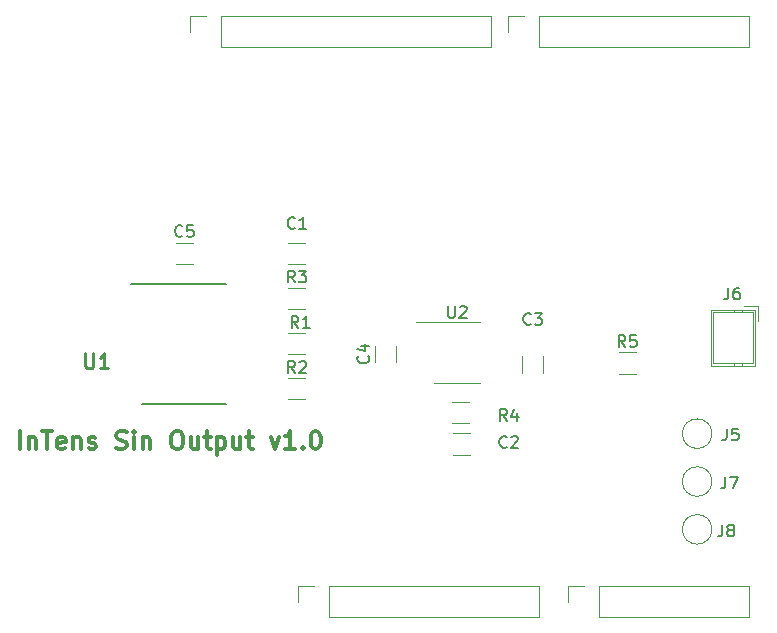
<source format=gbr>
%TF.GenerationSoftware,KiCad,Pcbnew,7.0.11-7.0.11~ubuntu22.04.1*%
%TF.CreationDate,2024-03-05T16:26:23-05:00*%
%TF.ProjectId,PCB,5043422e-6b69-4636-9164-5f7063625858,rev?*%
%TF.SameCoordinates,Original*%
%TF.FileFunction,Legend,Top*%
%TF.FilePolarity,Positive*%
%FSLAX46Y46*%
G04 Gerber Fmt 4.6, Leading zero omitted, Abs format (unit mm)*
G04 Created by KiCad (PCBNEW 7.0.11-7.0.11~ubuntu22.04.1) date 2024-03-05 16:26:23*
%MOMM*%
%LPD*%
G01*
G04 APERTURE LIST*
%ADD10C,0.300000*%
%ADD11C,0.150000*%
%ADD12C,0.254000*%
%ADD13C,0.120000*%
%ADD14C,0.200000*%
G04 APERTURE END LIST*
D10*
X103094510Y-84560828D02*
X103094510Y-83060828D01*
X103808796Y-83560828D02*
X103808796Y-84560828D01*
X103808796Y-83703685D02*
X103880225Y-83632257D01*
X103880225Y-83632257D02*
X104023082Y-83560828D01*
X104023082Y-83560828D02*
X104237368Y-83560828D01*
X104237368Y-83560828D02*
X104380225Y-83632257D01*
X104380225Y-83632257D02*
X104451654Y-83775114D01*
X104451654Y-83775114D02*
X104451654Y-84560828D01*
X104951654Y-83060828D02*
X105808797Y-83060828D01*
X105380225Y-84560828D02*
X105380225Y-83060828D01*
X106880225Y-84489400D02*
X106737368Y-84560828D01*
X106737368Y-84560828D02*
X106451654Y-84560828D01*
X106451654Y-84560828D02*
X106308796Y-84489400D01*
X106308796Y-84489400D02*
X106237368Y-84346542D01*
X106237368Y-84346542D02*
X106237368Y-83775114D01*
X106237368Y-83775114D02*
X106308796Y-83632257D01*
X106308796Y-83632257D02*
X106451654Y-83560828D01*
X106451654Y-83560828D02*
X106737368Y-83560828D01*
X106737368Y-83560828D02*
X106880225Y-83632257D01*
X106880225Y-83632257D02*
X106951654Y-83775114D01*
X106951654Y-83775114D02*
X106951654Y-83917971D01*
X106951654Y-83917971D02*
X106237368Y-84060828D01*
X107594510Y-83560828D02*
X107594510Y-84560828D01*
X107594510Y-83703685D02*
X107665939Y-83632257D01*
X107665939Y-83632257D02*
X107808796Y-83560828D01*
X107808796Y-83560828D02*
X108023082Y-83560828D01*
X108023082Y-83560828D02*
X108165939Y-83632257D01*
X108165939Y-83632257D02*
X108237368Y-83775114D01*
X108237368Y-83775114D02*
X108237368Y-84560828D01*
X108880225Y-84489400D02*
X109023082Y-84560828D01*
X109023082Y-84560828D02*
X109308796Y-84560828D01*
X109308796Y-84560828D02*
X109451653Y-84489400D01*
X109451653Y-84489400D02*
X109523082Y-84346542D01*
X109523082Y-84346542D02*
X109523082Y-84275114D01*
X109523082Y-84275114D02*
X109451653Y-84132257D01*
X109451653Y-84132257D02*
X109308796Y-84060828D01*
X109308796Y-84060828D02*
X109094511Y-84060828D01*
X109094511Y-84060828D02*
X108951653Y-83989400D01*
X108951653Y-83989400D02*
X108880225Y-83846542D01*
X108880225Y-83846542D02*
X108880225Y-83775114D01*
X108880225Y-83775114D02*
X108951653Y-83632257D01*
X108951653Y-83632257D02*
X109094511Y-83560828D01*
X109094511Y-83560828D02*
X109308796Y-83560828D01*
X109308796Y-83560828D02*
X109451653Y-83632257D01*
X111237368Y-84489400D02*
X111451654Y-84560828D01*
X111451654Y-84560828D02*
X111808796Y-84560828D01*
X111808796Y-84560828D02*
X111951654Y-84489400D01*
X111951654Y-84489400D02*
X112023082Y-84417971D01*
X112023082Y-84417971D02*
X112094511Y-84275114D01*
X112094511Y-84275114D02*
X112094511Y-84132257D01*
X112094511Y-84132257D02*
X112023082Y-83989400D01*
X112023082Y-83989400D02*
X111951654Y-83917971D01*
X111951654Y-83917971D02*
X111808796Y-83846542D01*
X111808796Y-83846542D02*
X111523082Y-83775114D01*
X111523082Y-83775114D02*
X111380225Y-83703685D01*
X111380225Y-83703685D02*
X111308796Y-83632257D01*
X111308796Y-83632257D02*
X111237368Y-83489400D01*
X111237368Y-83489400D02*
X111237368Y-83346542D01*
X111237368Y-83346542D02*
X111308796Y-83203685D01*
X111308796Y-83203685D02*
X111380225Y-83132257D01*
X111380225Y-83132257D02*
X111523082Y-83060828D01*
X111523082Y-83060828D02*
X111880225Y-83060828D01*
X111880225Y-83060828D02*
X112094511Y-83132257D01*
X112737367Y-84560828D02*
X112737367Y-83560828D01*
X112737367Y-83060828D02*
X112665939Y-83132257D01*
X112665939Y-83132257D02*
X112737367Y-83203685D01*
X112737367Y-83203685D02*
X112808796Y-83132257D01*
X112808796Y-83132257D02*
X112737367Y-83060828D01*
X112737367Y-83060828D02*
X112737367Y-83203685D01*
X113451653Y-83560828D02*
X113451653Y-84560828D01*
X113451653Y-83703685D02*
X113523082Y-83632257D01*
X113523082Y-83632257D02*
X113665939Y-83560828D01*
X113665939Y-83560828D02*
X113880225Y-83560828D01*
X113880225Y-83560828D02*
X114023082Y-83632257D01*
X114023082Y-83632257D02*
X114094511Y-83775114D01*
X114094511Y-83775114D02*
X114094511Y-84560828D01*
X116237368Y-83060828D02*
X116523082Y-83060828D01*
X116523082Y-83060828D02*
X116665939Y-83132257D01*
X116665939Y-83132257D02*
X116808796Y-83275114D01*
X116808796Y-83275114D02*
X116880225Y-83560828D01*
X116880225Y-83560828D02*
X116880225Y-84060828D01*
X116880225Y-84060828D02*
X116808796Y-84346542D01*
X116808796Y-84346542D02*
X116665939Y-84489400D01*
X116665939Y-84489400D02*
X116523082Y-84560828D01*
X116523082Y-84560828D02*
X116237368Y-84560828D01*
X116237368Y-84560828D02*
X116094511Y-84489400D01*
X116094511Y-84489400D02*
X115951653Y-84346542D01*
X115951653Y-84346542D02*
X115880225Y-84060828D01*
X115880225Y-84060828D02*
X115880225Y-83560828D01*
X115880225Y-83560828D02*
X115951653Y-83275114D01*
X115951653Y-83275114D02*
X116094511Y-83132257D01*
X116094511Y-83132257D02*
X116237368Y-83060828D01*
X118165940Y-83560828D02*
X118165940Y-84560828D01*
X117523082Y-83560828D02*
X117523082Y-84346542D01*
X117523082Y-84346542D02*
X117594511Y-84489400D01*
X117594511Y-84489400D02*
X117737368Y-84560828D01*
X117737368Y-84560828D02*
X117951654Y-84560828D01*
X117951654Y-84560828D02*
X118094511Y-84489400D01*
X118094511Y-84489400D02*
X118165940Y-84417971D01*
X118665940Y-83560828D02*
X119237368Y-83560828D01*
X118880225Y-83060828D02*
X118880225Y-84346542D01*
X118880225Y-84346542D02*
X118951654Y-84489400D01*
X118951654Y-84489400D02*
X119094511Y-84560828D01*
X119094511Y-84560828D02*
X119237368Y-84560828D01*
X119737368Y-83560828D02*
X119737368Y-85060828D01*
X119737368Y-83632257D02*
X119880226Y-83560828D01*
X119880226Y-83560828D02*
X120165940Y-83560828D01*
X120165940Y-83560828D02*
X120308797Y-83632257D01*
X120308797Y-83632257D02*
X120380226Y-83703685D01*
X120380226Y-83703685D02*
X120451654Y-83846542D01*
X120451654Y-83846542D02*
X120451654Y-84275114D01*
X120451654Y-84275114D02*
X120380226Y-84417971D01*
X120380226Y-84417971D02*
X120308797Y-84489400D01*
X120308797Y-84489400D02*
X120165940Y-84560828D01*
X120165940Y-84560828D02*
X119880226Y-84560828D01*
X119880226Y-84560828D02*
X119737368Y-84489400D01*
X121737369Y-83560828D02*
X121737369Y-84560828D01*
X121094511Y-83560828D02*
X121094511Y-84346542D01*
X121094511Y-84346542D02*
X121165940Y-84489400D01*
X121165940Y-84489400D02*
X121308797Y-84560828D01*
X121308797Y-84560828D02*
X121523083Y-84560828D01*
X121523083Y-84560828D02*
X121665940Y-84489400D01*
X121665940Y-84489400D02*
X121737369Y-84417971D01*
X122237369Y-83560828D02*
X122808797Y-83560828D01*
X122451654Y-83060828D02*
X122451654Y-84346542D01*
X122451654Y-84346542D02*
X122523083Y-84489400D01*
X122523083Y-84489400D02*
X122665940Y-84560828D01*
X122665940Y-84560828D02*
X122808797Y-84560828D01*
X124308797Y-83560828D02*
X124665940Y-84560828D01*
X124665940Y-84560828D02*
X125023083Y-83560828D01*
X126380226Y-84560828D02*
X125523083Y-84560828D01*
X125951654Y-84560828D02*
X125951654Y-83060828D01*
X125951654Y-83060828D02*
X125808797Y-83275114D01*
X125808797Y-83275114D02*
X125665940Y-83417971D01*
X125665940Y-83417971D02*
X125523083Y-83489400D01*
X127023082Y-84417971D02*
X127094511Y-84489400D01*
X127094511Y-84489400D02*
X127023082Y-84560828D01*
X127023082Y-84560828D02*
X126951654Y-84489400D01*
X126951654Y-84489400D02*
X127023082Y-84417971D01*
X127023082Y-84417971D02*
X127023082Y-84560828D01*
X128023083Y-83060828D02*
X128165940Y-83060828D01*
X128165940Y-83060828D02*
X128308797Y-83132257D01*
X128308797Y-83132257D02*
X128380226Y-83203685D01*
X128380226Y-83203685D02*
X128451654Y-83346542D01*
X128451654Y-83346542D02*
X128523083Y-83632257D01*
X128523083Y-83632257D02*
X128523083Y-83989400D01*
X128523083Y-83989400D02*
X128451654Y-84275114D01*
X128451654Y-84275114D02*
X128380226Y-84417971D01*
X128380226Y-84417971D02*
X128308797Y-84489400D01*
X128308797Y-84489400D02*
X128165940Y-84560828D01*
X128165940Y-84560828D02*
X128023083Y-84560828D01*
X128023083Y-84560828D02*
X127880226Y-84489400D01*
X127880226Y-84489400D02*
X127808797Y-84417971D01*
X127808797Y-84417971D02*
X127737368Y-84275114D01*
X127737368Y-84275114D02*
X127665940Y-83989400D01*
X127665940Y-83989400D02*
X127665940Y-83632257D01*
X127665940Y-83632257D02*
X127737368Y-83346542D01*
X127737368Y-83346542D02*
X127808797Y-83203685D01*
X127808797Y-83203685D02*
X127880226Y-83132257D01*
X127880226Y-83132257D02*
X128023083Y-83060828D01*
D11*
X162531666Y-90945819D02*
X162531666Y-91660104D01*
X162531666Y-91660104D02*
X162484047Y-91802961D01*
X162484047Y-91802961D02*
X162388809Y-91898200D01*
X162388809Y-91898200D02*
X162245952Y-91945819D01*
X162245952Y-91945819D02*
X162150714Y-91945819D01*
X163150714Y-91374390D02*
X163055476Y-91326771D01*
X163055476Y-91326771D02*
X163007857Y-91279152D01*
X163007857Y-91279152D02*
X162960238Y-91183914D01*
X162960238Y-91183914D02*
X162960238Y-91136295D01*
X162960238Y-91136295D02*
X163007857Y-91041057D01*
X163007857Y-91041057D02*
X163055476Y-90993438D01*
X163055476Y-90993438D02*
X163150714Y-90945819D01*
X163150714Y-90945819D02*
X163341190Y-90945819D01*
X163341190Y-90945819D02*
X163436428Y-90993438D01*
X163436428Y-90993438D02*
X163484047Y-91041057D01*
X163484047Y-91041057D02*
X163531666Y-91136295D01*
X163531666Y-91136295D02*
X163531666Y-91183914D01*
X163531666Y-91183914D02*
X163484047Y-91279152D01*
X163484047Y-91279152D02*
X163436428Y-91326771D01*
X163436428Y-91326771D02*
X163341190Y-91374390D01*
X163341190Y-91374390D02*
X163150714Y-91374390D01*
X163150714Y-91374390D02*
X163055476Y-91422009D01*
X163055476Y-91422009D02*
X163007857Y-91469628D01*
X163007857Y-91469628D02*
X162960238Y-91564866D01*
X162960238Y-91564866D02*
X162960238Y-91755342D01*
X162960238Y-91755342D02*
X163007857Y-91850580D01*
X163007857Y-91850580D02*
X163055476Y-91898200D01*
X163055476Y-91898200D02*
X163150714Y-91945819D01*
X163150714Y-91945819D02*
X163341190Y-91945819D01*
X163341190Y-91945819D02*
X163436428Y-91898200D01*
X163436428Y-91898200D02*
X163484047Y-91850580D01*
X163484047Y-91850580D02*
X163531666Y-91755342D01*
X163531666Y-91755342D02*
X163531666Y-91564866D01*
X163531666Y-91564866D02*
X163484047Y-91469628D01*
X163484047Y-91469628D02*
X163436428Y-91422009D01*
X163436428Y-91422009D02*
X163341190Y-91374390D01*
X126630333Y-74292819D02*
X126297000Y-73816628D01*
X126058905Y-74292819D02*
X126058905Y-73292819D01*
X126058905Y-73292819D02*
X126439857Y-73292819D01*
X126439857Y-73292819D02*
X126535095Y-73340438D01*
X126535095Y-73340438D02*
X126582714Y-73388057D01*
X126582714Y-73388057D02*
X126630333Y-73483295D01*
X126630333Y-73483295D02*
X126630333Y-73626152D01*
X126630333Y-73626152D02*
X126582714Y-73721390D01*
X126582714Y-73721390D02*
X126535095Y-73769009D01*
X126535095Y-73769009D02*
X126439857Y-73816628D01*
X126439857Y-73816628D02*
X126058905Y-73816628D01*
X127582714Y-74292819D02*
X127011286Y-74292819D01*
X127297000Y-74292819D02*
X127297000Y-73292819D01*
X127297000Y-73292819D02*
X127201762Y-73435676D01*
X127201762Y-73435676D02*
X127106524Y-73530914D01*
X127106524Y-73530914D02*
X127011286Y-73578533D01*
X126337833Y-70440819D02*
X126004500Y-69964628D01*
X125766405Y-70440819D02*
X125766405Y-69440819D01*
X125766405Y-69440819D02*
X126147357Y-69440819D01*
X126147357Y-69440819D02*
X126242595Y-69488438D01*
X126242595Y-69488438D02*
X126290214Y-69536057D01*
X126290214Y-69536057D02*
X126337833Y-69631295D01*
X126337833Y-69631295D02*
X126337833Y-69774152D01*
X126337833Y-69774152D02*
X126290214Y-69869390D01*
X126290214Y-69869390D02*
X126242595Y-69917009D01*
X126242595Y-69917009D02*
X126147357Y-69964628D01*
X126147357Y-69964628D02*
X125766405Y-69964628D01*
X126671167Y-69440819D02*
X127290214Y-69440819D01*
X127290214Y-69440819D02*
X126956881Y-69821771D01*
X126956881Y-69821771D02*
X127099738Y-69821771D01*
X127099738Y-69821771D02*
X127194976Y-69869390D01*
X127194976Y-69869390D02*
X127242595Y-69917009D01*
X127242595Y-69917009D02*
X127290214Y-70012247D01*
X127290214Y-70012247D02*
X127290214Y-70250342D01*
X127290214Y-70250342D02*
X127242595Y-70345580D01*
X127242595Y-70345580D02*
X127194976Y-70393200D01*
X127194976Y-70393200D02*
X127099738Y-70440819D01*
X127099738Y-70440819D02*
X126814024Y-70440819D01*
X126814024Y-70440819D02*
X126718786Y-70393200D01*
X126718786Y-70393200D02*
X126671167Y-70345580D01*
D12*
X108557380Y-76444318D02*
X108557380Y-77472413D01*
X108557380Y-77472413D02*
X108617857Y-77593365D01*
X108617857Y-77593365D02*
X108678333Y-77653842D01*
X108678333Y-77653842D02*
X108799285Y-77714318D01*
X108799285Y-77714318D02*
X109041190Y-77714318D01*
X109041190Y-77714318D02*
X109162142Y-77653842D01*
X109162142Y-77653842D02*
X109222619Y-77593365D01*
X109222619Y-77593365D02*
X109283095Y-77472413D01*
X109283095Y-77472413D02*
X109283095Y-76444318D01*
X110553095Y-77714318D02*
X109827380Y-77714318D01*
X110190237Y-77714318D02*
X110190237Y-76444318D01*
X110190237Y-76444318D02*
X110069285Y-76625746D01*
X110069285Y-76625746D02*
X109948333Y-76746699D01*
X109948333Y-76746699D02*
X109827380Y-76807175D01*
D11*
X154316333Y-75901819D02*
X153983000Y-75425628D01*
X153744905Y-75901819D02*
X153744905Y-74901819D01*
X153744905Y-74901819D02*
X154125857Y-74901819D01*
X154125857Y-74901819D02*
X154221095Y-74949438D01*
X154221095Y-74949438D02*
X154268714Y-74997057D01*
X154268714Y-74997057D02*
X154316333Y-75092295D01*
X154316333Y-75092295D02*
X154316333Y-75235152D01*
X154316333Y-75235152D02*
X154268714Y-75330390D01*
X154268714Y-75330390D02*
X154221095Y-75378009D01*
X154221095Y-75378009D02*
X154125857Y-75425628D01*
X154125857Y-75425628D02*
X153744905Y-75425628D01*
X155221095Y-74901819D02*
X154744905Y-74901819D01*
X154744905Y-74901819D02*
X154697286Y-75378009D01*
X154697286Y-75378009D02*
X154744905Y-75330390D01*
X154744905Y-75330390D02*
X154840143Y-75282771D01*
X154840143Y-75282771D02*
X155078238Y-75282771D01*
X155078238Y-75282771D02*
X155173476Y-75330390D01*
X155173476Y-75330390D02*
X155221095Y-75378009D01*
X155221095Y-75378009D02*
X155268714Y-75473247D01*
X155268714Y-75473247D02*
X155268714Y-75711342D01*
X155268714Y-75711342D02*
X155221095Y-75806580D01*
X155221095Y-75806580D02*
X155173476Y-75854200D01*
X155173476Y-75854200D02*
X155078238Y-75901819D01*
X155078238Y-75901819D02*
X154840143Y-75901819D01*
X154840143Y-75901819D02*
X154744905Y-75854200D01*
X154744905Y-75854200D02*
X154697286Y-75806580D01*
X116812833Y-66505580D02*
X116765214Y-66553200D01*
X116765214Y-66553200D02*
X116622357Y-66600819D01*
X116622357Y-66600819D02*
X116527119Y-66600819D01*
X116527119Y-66600819D02*
X116384262Y-66553200D01*
X116384262Y-66553200D02*
X116289024Y-66457961D01*
X116289024Y-66457961D02*
X116241405Y-66362723D01*
X116241405Y-66362723D02*
X116193786Y-66172247D01*
X116193786Y-66172247D02*
X116193786Y-66029390D01*
X116193786Y-66029390D02*
X116241405Y-65838914D01*
X116241405Y-65838914D02*
X116289024Y-65743676D01*
X116289024Y-65743676D02*
X116384262Y-65648438D01*
X116384262Y-65648438D02*
X116527119Y-65600819D01*
X116527119Y-65600819D02*
X116622357Y-65600819D01*
X116622357Y-65600819D02*
X116765214Y-65648438D01*
X116765214Y-65648438D02*
X116812833Y-65696057D01*
X117717595Y-65600819D02*
X117241405Y-65600819D01*
X117241405Y-65600819D02*
X117193786Y-66077009D01*
X117193786Y-66077009D02*
X117241405Y-66029390D01*
X117241405Y-66029390D02*
X117336643Y-65981771D01*
X117336643Y-65981771D02*
X117574738Y-65981771D01*
X117574738Y-65981771D02*
X117669976Y-66029390D01*
X117669976Y-66029390D02*
X117717595Y-66077009D01*
X117717595Y-66077009D02*
X117765214Y-66172247D01*
X117765214Y-66172247D02*
X117765214Y-66410342D01*
X117765214Y-66410342D02*
X117717595Y-66505580D01*
X117717595Y-66505580D02*
X117669976Y-66553200D01*
X117669976Y-66553200D02*
X117574738Y-66600819D01*
X117574738Y-66600819D02*
X117336643Y-66600819D01*
X117336643Y-66600819D02*
X117241405Y-66553200D01*
X117241405Y-66553200D02*
X117193786Y-66505580D01*
X146315333Y-73943580D02*
X146267714Y-73991200D01*
X146267714Y-73991200D02*
X146124857Y-74038819D01*
X146124857Y-74038819D02*
X146029619Y-74038819D01*
X146029619Y-74038819D02*
X145886762Y-73991200D01*
X145886762Y-73991200D02*
X145791524Y-73895961D01*
X145791524Y-73895961D02*
X145743905Y-73800723D01*
X145743905Y-73800723D02*
X145696286Y-73610247D01*
X145696286Y-73610247D02*
X145696286Y-73467390D01*
X145696286Y-73467390D02*
X145743905Y-73276914D01*
X145743905Y-73276914D02*
X145791524Y-73181676D01*
X145791524Y-73181676D02*
X145886762Y-73086438D01*
X145886762Y-73086438D02*
X146029619Y-73038819D01*
X146029619Y-73038819D02*
X146124857Y-73038819D01*
X146124857Y-73038819D02*
X146267714Y-73086438D01*
X146267714Y-73086438D02*
X146315333Y-73134057D01*
X146648667Y-73038819D02*
X147267714Y-73038819D01*
X147267714Y-73038819D02*
X146934381Y-73419771D01*
X146934381Y-73419771D02*
X147077238Y-73419771D01*
X147077238Y-73419771D02*
X147172476Y-73467390D01*
X147172476Y-73467390D02*
X147220095Y-73515009D01*
X147220095Y-73515009D02*
X147267714Y-73610247D01*
X147267714Y-73610247D02*
X147267714Y-73848342D01*
X147267714Y-73848342D02*
X147220095Y-73943580D01*
X147220095Y-73943580D02*
X147172476Y-73991200D01*
X147172476Y-73991200D02*
X147077238Y-74038819D01*
X147077238Y-74038819D02*
X146791524Y-74038819D01*
X146791524Y-74038819D02*
X146696286Y-73991200D01*
X146696286Y-73991200D02*
X146648667Y-73943580D01*
X139308095Y-72444819D02*
X139308095Y-73254342D01*
X139308095Y-73254342D02*
X139355714Y-73349580D01*
X139355714Y-73349580D02*
X139403333Y-73397200D01*
X139403333Y-73397200D02*
X139498571Y-73444819D01*
X139498571Y-73444819D02*
X139689047Y-73444819D01*
X139689047Y-73444819D02*
X139784285Y-73397200D01*
X139784285Y-73397200D02*
X139831904Y-73349580D01*
X139831904Y-73349580D02*
X139879523Y-73254342D01*
X139879523Y-73254342D02*
X139879523Y-72444819D01*
X140308095Y-72540057D02*
X140355714Y-72492438D01*
X140355714Y-72492438D02*
X140450952Y-72444819D01*
X140450952Y-72444819D02*
X140689047Y-72444819D01*
X140689047Y-72444819D02*
X140784285Y-72492438D01*
X140784285Y-72492438D02*
X140831904Y-72540057D01*
X140831904Y-72540057D02*
X140879523Y-72635295D01*
X140879523Y-72635295D02*
X140879523Y-72730533D01*
X140879523Y-72730533D02*
X140831904Y-72873390D01*
X140831904Y-72873390D02*
X140260476Y-73444819D01*
X140260476Y-73444819D02*
X140879523Y-73444819D01*
X144283333Y-84357580D02*
X144235714Y-84405200D01*
X144235714Y-84405200D02*
X144092857Y-84452819D01*
X144092857Y-84452819D02*
X143997619Y-84452819D01*
X143997619Y-84452819D02*
X143854762Y-84405200D01*
X143854762Y-84405200D02*
X143759524Y-84309961D01*
X143759524Y-84309961D02*
X143711905Y-84214723D01*
X143711905Y-84214723D02*
X143664286Y-84024247D01*
X143664286Y-84024247D02*
X143664286Y-83881390D01*
X143664286Y-83881390D02*
X143711905Y-83690914D01*
X143711905Y-83690914D02*
X143759524Y-83595676D01*
X143759524Y-83595676D02*
X143854762Y-83500438D01*
X143854762Y-83500438D02*
X143997619Y-83452819D01*
X143997619Y-83452819D02*
X144092857Y-83452819D01*
X144092857Y-83452819D02*
X144235714Y-83500438D01*
X144235714Y-83500438D02*
X144283333Y-83548057D01*
X144664286Y-83548057D02*
X144711905Y-83500438D01*
X144711905Y-83500438D02*
X144807143Y-83452819D01*
X144807143Y-83452819D02*
X145045238Y-83452819D01*
X145045238Y-83452819D02*
X145140476Y-83500438D01*
X145140476Y-83500438D02*
X145188095Y-83548057D01*
X145188095Y-83548057D02*
X145235714Y-83643295D01*
X145235714Y-83643295D02*
X145235714Y-83738533D01*
X145235714Y-83738533D02*
X145188095Y-83881390D01*
X145188095Y-83881390D02*
X144616667Y-84452819D01*
X144616667Y-84452819D02*
X145235714Y-84452819D01*
X126337833Y-65815580D02*
X126290214Y-65863200D01*
X126290214Y-65863200D02*
X126147357Y-65910819D01*
X126147357Y-65910819D02*
X126052119Y-65910819D01*
X126052119Y-65910819D02*
X125909262Y-65863200D01*
X125909262Y-65863200D02*
X125814024Y-65767961D01*
X125814024Y-65767961D02*
X125766405Y-65672723D01*
X125766405Y-65672723D02*
X125718786Y-65482247D01*
X125718786Y-65482247D02*
X125718786Y-65339390D01*
X125718786Y-65339390D02*
X125766405Y-65148914D01*
X125766405Y-65148914D02*
X125814024Y-65053676D01*
X125814024Y-65053676D02*
X125909262Y-64958438D01*
X125909262Y-64958438D02*
X126052119Y-64910819D01*
X126052119Y-64910819D02*
X126147357Y-64910819D01*
X126147357Y-64910819D02*
X126290214Y-64958438D01*
X126290214Y-64958438D02*
X126337833Y-65006057D01*
X127290214Y-65910819D02*
X126718786Y-65910819D01*
X127004500Y-65910819D02*
X127004500Y-64910819D01*
X127004500Y-64910819D02*
X126909262Y-65053676D01*
X126909262Y-65053676D02*
X126814024Y-65148914D01*
X126814024Y-65148914D02*
X126718786Y-65196533D01*
X162912666Y-82817819D02*
X162912666Y-83532104D01*
X162912666Y-83532104D02*
X162865047Y-83674961D01*
X162865047Y-83674961D02*
X162769809Y-83770200D01*
X162769809Y-83770200D02*
X162626952Y-83817819D01*
X162626952Y-83817819D02*
X162531714Y-83817819D01*
X163865047Y-82817819D02*
X163388857Y-82817819D01*
X163388857Y-82817819D02*
X163341238Y-83294009D01*
X163341238Y-83294009D02*
X163388857Y-83246390D01*
X163388857Y-83246390D02*
X163484095Y-83198771D01*
X163484095Y-83198771D02*
X163722190Y-83198771D01*
X163722190Y-83198771D02*
X163817428Y-83246390D01*
X163817428Y-83246390D02*
X163865047Y-83294009D01*
X163865047Y-83294009D02*
X163912666Y-83389247D01*
X163912666Y-83389247D02*
X163912666Y-83627342D01*
X163912666Y-83627342D02*
X163865047Y-83722580D01*
X163865047Y-83722580D02*
X163817428Y-83770200D01*
X163817428Y-83770200D02*
X163722190Y-83817819D01*
X163722190Y-83817819D02*
X163484095Y-83817819D01*
X163484095Y-83817819D02*
X163388857Y-83770200D01*
X163388857Y-83770200D02*
X163341238Y-83722580D01*
X163039666Y-70879819D02*
X163039666Y-71594104D01*
X163039666Y-71594104D02*
X162992047Y-71736961D01*
X162992047Y-71736961D02*
X162896809Y-71832200D01*
X162896809Y-71832200D02*
X162753952Y-71879819D01*
X162753952Y-71879819D02*
X162658714Y-71879819D01*
X163944428Y-70879819D02*
X163753952Y-70879819D01*
X163753952Y-70879819D02*
X163658714Y-70927438D01*
X163658714Y-70927438D02*
X163611095Y-70975057D01*
X163611095Y-70975057D02*
X163515857Y-71117914D01*
X163515857Y-71117914D02*
X163468238Y-71308390D01*
X163468238Y-71308390D02*
X163468238Y-71689342D01*
X163468238Y-71689342D02*
X163515857Y-71784580D01*
X163515857Y-71784580D02*
X163563476Y-71832200D01*
X163563476Y-71832200D02*
X163658714Y-71879819D01*
X163658714Y-71879819D02*
X163849190Y-71879819D01*
X163849190Y-71879819D02*
X163944428Y-71832200D01*
X163944428Y-71832200D02*
X163992047Y-71784580D01*
X163992047Y-71784580D02*
X164039666Y-71689342D01*
X164039666Y-71689342D02*
X164039666Y-71451247D01*
X164039666Y-71451247D02*
X163992047Y-71356009D01*
X163992047Y-71356009D02*
X163944428Y-71308390D01*
X163944428Y-71308390D02*
X163849190Y-71260771D01*
X163849190Y-71260771D02*
X163658714Y-71260771D01*
X163658714Y-71260771D02*
X163563476Y-71308390D01*
X163563476Y-71308390D02*
X163515857Y-71356009D01*
X163515857Y-71356009D02*
X163468238Y-71451247D01*
X162785666Y-86881819D02*
X162785666Y-87596104D01*
X162785666Y-87596104D02*
X162738047Y-87738961D01*
X162738047Y-87738961D02*
X162642809Y-87834200D01*
X162642809Y-87834200D02*
X162499952Y-87881819D01*
X162499952Y-87881819D02*
X162404714Y-87881819D01*
X163166619Y-86881819D02*
X163833285Y-86881819D01*
X163833285Y-86881819D02*
X163404714Y-87881819D01*
X132545580Y-76671666D02*
X132593200Y-76719285D01*
X132593200Y-76719285D02*
X132640819Y-76862142D01*
X132640819Y-76862142D02*
X132640819Y-76957380D01*
X132640819Y-76957380D02*
X132593200Y-77100237D01*
X132593200Y-77100237D02*
X132497961Y-77195475D01*
X132497961Y-77195475D02*
X132402723Y-77243094D01*
X132402723Y-77243094D02*
X132212247Y-77290713D01*
X132212247Y-77290713D02*
X132069390Y-77290713D01*
X132069390Y-77290713D02*
X131878914Y-77243094D01*
X131878914Y-77243094D02*
X131783676Y-77195475D01*
X131783676Y-77195475D02*
X131688438Y-77100237D01*
X131688438Y-77100237D02*
X131640819Y-76957380D01*
X131640819Y-76957380D02*
X131640819Y-76862142D01*
X131640819Y-76862142D02*
X131688438Y-76719285D01*
X131688438Y-76719285D02*
X131736057Y-76671666D01*
X131974152Y-75814523D02*
X132640819Y-75814523D01*
X131593200Y-76052618D02*
X132307485Y-76290713D01*
X132307485Y-76290713D02*
X132307485Y-75671666D01*
X126337833Y-78102819D02*
X126004500Y-77626628D01*
X125766405Y-78102819D02*
X125766405Y-77102819D01*
X125766405Y-77102819D02*
X126147357Y-77102819D01*
X126147357Y-77102819D02*
X126242595Y-77150438D01*
X126242595Y-77150438D02*
X126290214Y-77198057D01*
X126290214Y-77198057D02*
X126337833Y-77293295D01*
X126337833Y-77293295D02*
X126337833Y-77436152D01*
X126337833Y-77436152D02*
X126290214Y-77531390D01*
X126290214Y-77531390D02*
X126242595Y-77579009D01*
X126242595Y-77579009D02*
X126147357Y-77626628D01*
X126147357Y-77626628D02*
X125766405Y-77626628D01*
X126718786Y-77198057D02*
X126766405Y-77150438D01*
X126766405Y-77150438D02*
X126861643Y-77102819D01*
X126861643Y-77102819D02*
X127099738Y-77102819D01*
X127099738Y-77102819D02*
X127194976Y-77150438D01*
X127194976Y-77150438D02*
X127242595Y-77198057D01*
X127242595Y-77198057D02*
X127290214Y-77293295D01*
X127290214Y-77293295D02*
X127290214Y-77388533D01*
X127290214Y-77388533D02*
X127242595Y-77531390D01*
X127242595Y-77531390D02*
X126671167Y-78102819D01*
X126671167Y-78102819D02*
X127290214Y-78102819D01*
X144283333Y-82166819D02*
X143950000Y-81690628D01*
X143711905Y-82166819D02*
X143711905Y-81166819D01*
X143711905Y-81166819D02*
X144092857Y-81166819D01*
X144092857Y-81166819D02*
X144188095Y-81214438D01*
X144188095Y-81214438D02*
X144235714Y-81262057D01*
X144235714Y-81262057D02*
X144283333Y-81357295D01*
X144283333Y-81357295D02*
X144283333Y-81500152D01*
X144283333Y-81500152D02*
X144235714Y-81595390D01*
X144235714Y-81595390D02*
X144188095Y-81643009D01*
X144188095Y-81643009D02*
X144092857Y-81690628D01*
X144092857Y-81690628D02*
X143711905Y-81690628D01*
X145140476Y-81500152D02*
X145140476Y-82166819D01*
X144902381Y-81119200D02*
X144664286Y-81833485D01*
X144664286Y-81833485D02*
X145283333Y-81833485D01*
D13*
%TO.C,J1*%
X129210000Y-98790000D02*
X147050000Y-98790000D01*
X129210000Y-98790000D02*
X129210000Y-96130000D01*
X147050000Y-98790000D02*
X147050000Y-96130000D01*
X126610000Y-97460000D02*
X126610000Y-96130000D01*
X126610000Y-96130000D02*
X127940000Y-96130000D01*
X129210000Y-96130000D02*
X147050000Y-96130000D01*
%TO.C,J3*%
X152070000Y-98790000D02*
X164830000Y-98790000D01*
X152070000Y-98790000D02*
X152070000Y-96130000D01*
X164830000Y-98790000D02*
X164830000Y-96130000D01*
X149470000Y-97460000D02*
X149470000Y-96130000D01*
X149470000Y-96130000D02*
X150800000Y-96130000D01*
X152070000Y-96130000D02*
X164830000Y-96130000D01*
%TO.C,J2*%
X120066000Y-50530000D02*
X142986000Y-50530000D01*
X120066000Y-50530000D02*
X120066000Y-47870000D01*
X142986000Y-50530000D02*
X142986000Y-47870000D01*
X117466000Y-49200000D02*
X117466000Y-47870000D01*
X117466000Y-47870000D02*
X118796000Y-47870000D01*
X120066000Y-47870000D02*
X142986000Y-47870000D01*
%TO.C,J4*%
X146990000Y-50530000D02*
X164830000Y-50530000D01*
X146990000Y-50530000D02*
X146990000Y-47870000D01*
X164830000Y-50530000D02*
X164830000Y-47870000D01*
X144390000Y-49200000D02*
X144390000Y-47870000D01*
X144390000Y-47870000D02*
X145720000Y-47870000D01*
X146990000Y-47870000D02*
X164830000Y-47870000D01*
%TO.C,J8*%
X161652200Y-91350000D02*
G75*
G03*
X159150200Y-91350000I-1251000J0D01*
G01*
X159150200Y-91350000D02*
G75*
G03*
X161652200Y-91350000I1251000J0D01*
G01*
%TO.C,R1*%
X127231564Y-80336000D02*
X125777436Y-80336000D01*
X127231564Y-78516000D02*
X125777436Y-78516000D01*
%TO.C,R3*%
X125777436Y-70896000D02*
X127231564Y-70896000D01*
X125777436Y-72716000D02*
X127231564Y-72716000D01*
D14*
%TO.C,U1*%
X112494500Y-70536000D02*
X120535500Y-70536000D01*
X113423500Y-80696000D02*
X120535500Y-80696000D01*
D13*
%TO.C,R5*%
X153755936Y-76357000D02*
X155210064Y-76357000D01*
X153755936Y-78177000D02*
X155210064Y-78177000D01*
%TO.C,C5*%
X116268248Y-67086000D02*
X117690752Y-67086000D01*
X116268248Y-68906000D02*
X117690752Y-68906000D01*
%TO.C,C3*%
X147392000Y-76682748D02*
X147392000Y-78105252D01*
X145572000Y-76682748D02*
X145572000Y-78105252D01*
%TO.C,U2*%
X140070000Y-73830000D02*
X136620000Y-73830000D01*
X140070000Y-73830000D02*
X142020000Y-73830000D01*
X140070000Y-78950000D02*
X138120000Y-78950000D01*
X140070000Y-78950000D02*
X142020000Y-78950000D01*
%TO.C,C2*%
X139713248Y-83215000D02*
X141135752Y-83215000D01*
X139713248Y-85035000D02*
X141135752Y-85035000D01*
%TO.C,C1*%
X127215752Y-68906000D02*
X125793248Y-68906000D01*
X127215752Y-67086000D02*
X125793248Y-67086000D01*
%TO.C,J5*%
X161652200Y-83250000D02*
G75*
G03*
X159150200Y-83250000I-1251000J0D01*
G01*
X159150200Y-83250000D02*
G75*
G03*
X161652200Y-83250000I1251000J0D01*
G01*
%TO.C,J6*%
X165591000Y-72460000D02*
X164341000Y-72460000D01*
X165291000Y-72760000D02*
X161571000Y-72760000D01*
X164231000Y-72760000D02*
X164231000Y-72960000D01*
X161571000Y-72760000D02*
X161571000Y-77480000D01*
X165091000Y-72960000D02*
X165091000Y-77280000D01*
X164231000Y-72960000D02*
X165091000Y-72960000D01*
X164231000Y-72960000D02*
X163531000Y-72960000D01*
X163531000Y-72960000D02*
X163531000Y-72760000D01*
X163531000Y-72960000D02*
X161771000Y-72960000D01*
X161771000Y-72960000D02*
X161771000Y-77280000D01*
X165591000Y-73710000D02*
X165591000Y-72460000D01*
X165091000Y-77280000D02*
X164231000Y-77280000D01*
X164231000Y-77280000D02*
X163531000Y-77280000D01*
X164231000Y-77280000D02*
X164231000Y-77480000D01*
X163531000Y-77280000D02*
X163531000Y-77480000D01*
X161771000Y-77280000D02*
X163531000Y-77280000D01*
X165291000Y-77480000D02*
X165291000Y-72760000D01*
X161571000Y-77480000D02*
X165291000Y-77480000D01*
%TO.C,J7*%
X161652200Y-87300000D02*
G75*
G03*
X159150200Y-87300000I-1251000J0D01*
G01*
X159150200Y-87300000D02*
G75*
G03*
X161652200Y-87300000I1251000J0D01*
G01*
%TO.C,C4*%
X133126000Y-77216252D02*
X133126000Y-75793748D01*
X134946000Y-77216252D02*
X134946000Y-75793748D01*
%TO.C,R2*%
X125777436Y-74706000D02*
X127231564Y-74706000D01*
X125777436Y-76526000D02*
X127231564Y-76526000D01*
%TO.C,R4*%
X139658936Y-80548000D02*
X141113064Y-80548000D01*
X139658936Y-82368000D02*
X141113064Y-82368000D01*
%TD*%
M02*

</source>
